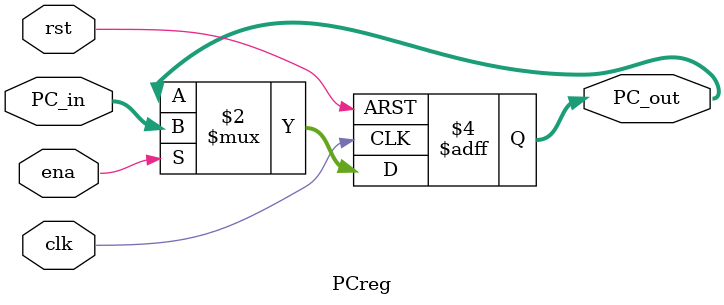
<source format=v>
`timescale 1ns / 1ps


module PCreg(
input clk,
input rst,
input ena,
input [31:0] PC_in,
output reg [31:0] PC_out
    );
always @(posedge clk or posedge rst)
begin
    if(rst)
        PC_out <= 32'h00400000;
    else if(ena)
        PC_out <= PC_in;
end
endmodule

</source>
